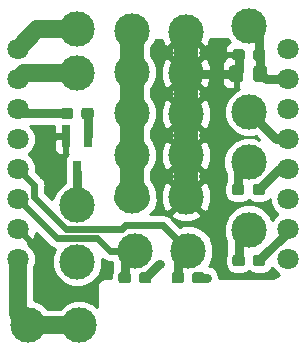
<source format=gbr>
G04 #@! TF.GenerationSoftware,KiCad,Pcbnew,(5.0.0)*
G04 #@! TF.CreationDate,2018-11-11T21:07:20+01:00*
G04 #@! TF.ProjectId,Platine,506C6174696E652E6B696361645F7063,rev?*
G04 #@! TF.SameCoordinates,Original*
G04 #@! TF.FileFunction,Copper,L1,Top,Signal*
G04 #@! TF.FilePolarity,Positive*
%FSLAX46Y46*%
G04 Gerber Fmt 4.6, Leading zero omitted, Abs format (unit mm)*
G04 Created by KiCad (PCBNEW (5.0.0)) date 11/11/18 21:07:20*
%MOMM*%
%LPD*%
G01*
G04 APERTURE LIST*
G04 #@! TA.AperFunction,SMDPad,CuDef*
%ADD10R,0.800000X1.900000*%
G04 #@! TD*
G04 #@! TA.AperFunction,Conductor*
%ADD11C,0.100000*%
G04 #@! TD*
G04 #@! TA.AperFunction,SMDPad,CuDef*
%ADD12C,0.950000*%
G04 #@! TD*
G04 #@! TA.AperFunction,ComponentPad*
%ADD13C,1.800000*%
G04 #@! TD*
G04 #@! TA.AperFunction,SMDPad,CuDef*
%ADD14C,1.150000*%
G04 #@! TD*
G04 #@! TA.AperFunction,BGAPad,CuDef*
%ADD15C,3.000000*%
G04 #@! TD*
G04 #@! TA.AperFunction,ViaPad*
%ADD16C,0.600000*%
G04 #@! TD*
G04 #@! TA.AperFunction,Conductor*
%ADD17C,2.000000*%
G04 #@! TD*
G04 #@! TA.AperFunction,Conductor*
%ADD18C,0.800000*%
G04 #@! TD*
G04 #@! TA.AperFunction,Conductor*
%ADD19C,0.600000*%
G04 #@! TD*
G04 #@! TA.AperFunction,Conductor*
%ADD20C,1.500000*%
G04 #@! TD*
G04 #@! TA.AperFunction,Conductor*
%ADD21C,0.254000*%
G04 #@! TD*
G04 APERTURE END LIST*
D10*
G04 #@! TO.P,Q1,1*
G04 #@! TO.N,Net-(Q1-Pad1)*
X143126500Y-79780000D03*
G04 #@! TO.P,Q1,2*
G04 #@! TO.N,GND*
X141226500Y-79780000D03*
G04 #@! TO.P,Q1,3*
G04 #@! TO.N,Net-(J18-Pad1)*
X142176500Y-82780000D03*
G04 #@! TD*
D11*
G04 #@! TO.N,Net-(J7-Pad1)*
G04 #@! TO.C,R1*
G36*
X146501779Y-91283644D02*
X146524834Y-91287063D01*
X146547443Y-91292727D01*
X146569387Y-91300579D01*
X146590457Y-91310544D01*
X146610448Y-91322526D01*
X146629168Y-91336410D01*
X146646438Y-91352062D01*
X146662090Y-91369332D01*
X146675974Y-91388052D01*
X146687956Y-91408043D01*
X146697921Y-91429113D01*
X146705773Y-91451057D01*
X146711437Y-91473666D01*
X146714856Y-91496721D01*
X146716000Y-91520000D01*
X146716000Y-91995000D01*
X146714856Y-92018279D01*
X146711437Y-92041334D01*
X146705773Y-92063943D01*
X146697921Y-92085887D01*
X146687956Y-92106957D01*
X146675974Y-92126948D01*
X146662090Y-92145668D01*
X146646438Y-92162938D01*
X146629168Y-92178590D01*
X146610448Y-92192474D01*
X146590457Y-92204456D01*
X146569387Y-92214421D01*
X146547443Y-92222273D01*
X146524834Y-92227937D01*
X146501779Y-92231356D01*
X146478500Y-92232500D01*
X145903500Y-92232500D01*
X145880221Y-92231356D01*
X145857166Y-92227937D01*
X145834557Y-92222273D01*
X145812613Y-92214421D01*
X145791543Y-92204456D01*
X145771552Y-92192474D01*
X145752832Y-92178590D01*
X145735562Y-92162938D01*
X145719910Y-92145668D01*
X145706026Y-92126948D01*
X145694044Y-92106957D01*
X145684079Y-92085887D01*
X145676227Y-92063943D01*
X145670563Y-92041334D01*
X145667144Y-92018279D01*
X145666000Y-91995000D01*
X145666000Y-91520000D01*
X145667144Y-91496721D01*
X145670563Y-91473666D01*
X145676227Y-91451057D01*
X145684079Y-91429113D01*
X145694044Y-91408043D01*
X145706026Y-91388052D01*
X145719910Y-91369332D01*
X145735562Y-91352062D01*
X145752832Y-91336410D01*
X145771552Y-91322526D01*
X145791543Y-91310544D01*
X145812613Y-91300579D01*
X145834557Y-91292727D01*
X145857166Y-91287063D01*
X145880221Y-91283644D01*
X145903500Y-91282500D01*
X146478500Y-91282500D01*
X146501779Y-91283644D01*
X146501779Y-91283644D01*
G37*
D12*
G04 #@! TD*
G04 #@! TO.P,R1,2*
G04 #@! TO.N,Net-(J7-Pad1)*
X146191000Y-91757500D03*
D11*
G04 #@! TO.N,+3V3*
G04 #@! TO.C,R1*
G36*
X148251779Y-91283644D02*
X148274834Y-91287063D01*
X148297443Y-91292727D01*
X148319387Y-91300579D01*
X148340457Y-91310544D01*
X148360448Y-91322526D01*
X148379168Y-91336410D01*
X148396438Y-91352062D01*
X148412090Y-91369332D01*
X148425974Y-91388052D01*
X148437956Y-91408043D01*
X148447921Y-91429113D01*
X148455773Y-91451057D01*
X148461437Y-91473666D01*
X148464856Y-91496721D01*
X148466000Y-91520000D01*
X148466000Y-91995000D01*
X148464856Y-92018279D01*
X148461437Y-92041334D01*
X148455773Y-92063943D01*
X148447921Y-92085887D01*
X148437956Y-92106957D01*
X148425974Y-92126948D01*
X148412090Y-92145668D01*
X148396438Y-92162938D01*
X148379168Y-92178590D01*
X148360448Y-92192474D01*
X148340457Y-92204456D01*
X148319387Y-92214421D01*
X148297443Y-92222273D01*
X148274834Y-92227937D01*
X148251779Y-92231356D01*
X148228500Y-92232500D01*
X147653500Y-92232500D01*
X147630221Y-92231356D01*
X147607166Y-92227937D01*
X147584557Y-92222273D01*
X147562613Y-92214421D01*
X147541543Y-92204456D01*
X147521552Y-92192474D01*
X147502832Y-92178590D01*
X147485562Y-92162938D01*
X147469910Y-92145668D01*
X147456026Y-92126948D01*
X147444044Y-92106957D01*
X147434079Y-92085887D01*
X147426227Y-92063943D01*
X147420563Y-92041334D01*
X147417144Y-92018279D01*
X147416000Y-91995000D01*
X147416000Y-91520000D01*
X147417144Y-91496721D01*
X147420563Y-91473666D01*
X147426227Y-91451057D01*
X147434079Y-91429113D01*
X147444044Y-91408043D01*
X147456026Y-91388052D01*
X147469910Y-91369332D01*
X147485562Y-91352062D01*
X147502832Y-91336410D01*
X147521552Y-91322526D01*
X147541543Y-91310544D01*
X147562613Y-91300579D01*
X147584557Y-91292727D01*
X147607166Y-91287063D01*
X147630221Y-91283644D01*
X147653500Y-91282500D01*
X148228500Y-91282500D01*
X148251779Y-91283644D01*
X148251779Y-91283644D01*
G37*
D12*
G04 #@! TD*
G04 #@! TO.P,R1,1*
G04 #@! TO.N,+3V3*
X147941000Y-91757500D03*
D11*
G04 #@! TO.N,+3V3*
G04 #@! TO.C,R2*
G36*
X152760279Y-91283644D02*
X152783334Y-91287063D01*
X152805943Y-91292727D01*
X152827887Y-91300579D01*
X152848957Y-91310544D01*
X152868948Y-91322526D01*
X152887668Y-91336410D01*
X152904938Y-91352062D01*
X152920590Y-91369332D01*
X152934474Y-91388052D01*
X152946456Y-91408043D01*
X152956421Y-91429113D01*
X152964273Y-91451057D01*
X152969937Y-91473666D01*
X152973356Y-91496721D01*
X152974500Y-91520000D01*
X152974500Y-91995000D01*
X152973356Y-92018279D01*
X152969937Y-92041334D01*
X152964273Y-92063943D01*
X152956421Y-92085887D01*
X152946456Y-92106957D01*
X152934474Y-92126948D01*
X152920590Y-92145668D01*
X152904938Y-92162938D01*
X152887668Y-92178590D01*
X152868948Y-92192474D01*
X152848957Y-92204456D01*
X152827887Y-92214421D01*
X152805943Y-92222273D01*
X152783334Y-92227937D01*
X152760279Y-92231356D01*
X152737000Y-92232500D01*
X152162000Y-92232500D01*
X152138721Y-92231356D01*
X152115666Y-92227937D01*
X152093057Y-92222273D01*
X152071113Y-92214421D01*
X152050043Y-92204456D01*
X152030052Y-92192474D01*
X152011332Y-92178590D01*
X151994062Y-92162938D01*
X151978410Y-92145668D01*
X151964526Y-92126948D01*
X151952544Y-92106957D01*
X151942579Y-92085887D01*
X151934727Y-92063943D01*
X151929063Y-92041334D01*
X151925644Y-92018279D01*
X151924500Y-91995000D01*
X151924500Y-91520000D01*
X151925644Y-91496721D01*
X151929063Y-91473666D01*
X151934727Y-91451057D01*
X151942579Y-91429113D01*
X151952544Y-91408043D01*
X151964526Y-91388052D01*
X151978410Y-91369332D01*
X151994062Y-91352062D01*
X152011332Y-91336410D01*
X152030052Y-91322526D01*
X152050043Y-91310544D01*
X152071113Y-91300579D01*
X152093057Y-91292727D01*
X152115666Y-91287063D01*
X152138721Y-91283644D01*
X152162000Y-91282500D01*
X152737000Y-91282500D01*
X152760279Y-91283644D01*
X152760279Y-91283644D01*
G37*
D12*
G04 #@! TD*
G04 #@! TO.P,R2,1*
G04 #@! TO.N,+3V3*
X152449500Y-91757500D03*
D11*
G04 #@! TO.N,Net-(J9-Pad1)*
G04 #@! TO.C,R2*
G36*
X151010279Y-91283644D02*
X151033334Y-91287063D01*
X151055943Y-91292727D01*
X151077887Y-91300579D01*
X151098957Y-91310544D01*
X151118948Y-91322526D01*
X151137668Y-91336410D01*
X151154938Y-91352062D01*
X151170590Y-91369332D01*
X151184474Y-91388052D01*
X151196456Y-91408043D01*
X151206421Y-91429113D01*
X151214273Y-91451057D01*
X151219937Y-91473666D01*
X151223356Y-91496721D01*
X151224500Y-91520000D01*
X151224500Y-91995000D01*
X151223356Y-92018279D01*
X151219937Y-92041334D01*
X151214273Y-92063943D01*
X151206421Y-92085887D01*
X151196456Y-92106957D01*
X151184474Y-92126948D01*
X151170590Y-92145668D01*
X151154938Y-92162938D01*
X151137668Y-92178590D01*
X151118948Y-92192474D01*
X151098957Y-92204456D01*
X151077887Y-92214421D01*
X151055943Y-92222273D01*
X151033334Y-92227937D01*
X151010279Y-92231356D01*
X150987000Y-92232500D01*
X150412000Y-92232500D01*
X150388721Y-92231356D01*
X150365666Y-92227937D01*
X150343057Y-92222273D01*
X150321113Y-92214421D01*
X150300043Y-92204456D01*
X150280052Y-92192474D01*
X150261332Y-92178590D01*
X150244062Y-92162938D01*
X150228410Y-92145668D01*
X150214526Y-92126948D01*
X150202544Y-92106957D01*
X150192579Y-92085887D01*
X150184727Y-92063943D01*
X150179063Y-92041334D01*
X150175644Y-92018279D01*
X150174500Y-91995000D01*
X150174500Y-91520000D01*
X150175644Y-91496721D01*
X150179063Y-91473666D01*
X150184727Y-91451057D01*
X150192579Y-91429113D01*
X150202544Y-91408043D01*
X150214526Y-91388052D01*
X150228410Y-91369332D01*
X150244062Y-91352062D01*
X150261332Y-91336410D01*
X150280052Y-91322526D01*
X150300043Y-91310544D01*
X150321113Y-91300579D01*
X150343057Y-91292727D01*
X150365666Y-91287063D01*
X150388721Y-91283644D01*
X150412000Y-91282500D01*
X150987000Y-91282500D01*
X151010279Y-91283644D01*
X151010279Y-91283644D01*
G37*
D12*
G04 #@! TD*
G04 #@! TO.P,R2,2*
G04 #@! TO.N,Net-(J9-Pad1)*
X150699500Y-91757500D03*
D11*
G04 #@! TO.N,Net-(J3-Pad1)*
G04 #@! TO.C,R3*
G36*
X156153779Y-89823144D02*
X156176834Y-89826563D01*
X156199443Y-89832227D01*
X156221387Y-89840079D01*
X156242457Y-89850044D01*
X156262448Y-89862026D01*
X156281168Y-89875910D01*
X156298438Y-89891562D01*
X156314090Y-89908832D01*
X156327974Y-89927552D01*
X156339956Y-89947543D01*
X156349921Y-89968613D01*
X156357773Y-89990557D01*
X156363437Y-90013166D01*
X156366856Y-90036221D01*
X156368000Y-90059500D01*
X156368000Y-90534500D01*
X156366856Y-90557779D01*
X156363437Y-90580834D01*
X156357773Y-90603443D01*
X156349921Y-90625387D01*
X156339956Y-90646457D01*
X156327974Y-90666448D01*
X156314090Y-90685168D01*
X156298438Y-90702438D01*
X156281168Y-90718090D01*
X156262448Y-90731974D01*
X156242457Y-90743956D01*
X156221387Y-90753921D01*
X156199443Y-90761773D01*
X156176834Y-90767437D01*
X156153779Y-90770856D01*
X156130500Y-90772000D01*
X155555500Y-90772000D01*
X155532221Y-90770856D01*
X155509166Y-90767437D01*
X155486557Y-90761773D01*
X155464613Y-90753921D01*
X155443543Y-90743956D01*
X155423552Y-90731974D01*
X155404832Y-90718090D01*
X155387562Y-90702438D01*
X155371910Y-90685168D01*
X155358026Y-90666448D01*
X155346044Y-90646457D01*
X155336079Y-90625387D01*
X155328227Y-90603443D01*
X155322563Y-90580834D01*
X155319144Y-90557779D01*
X155318000Y-90534500D01*
X155318000Y-90059500D01*
X155319144Y-90036221D01*
X155322563Y-90013166D01*
X155328227Y-89990557D01*
X155336079Y-89968613D01*
X155346044Y-89947543D01*
X155358026Y-89927552D01*
X155371910Y-89908832D01*
X155387562Y-89891562D01*
X155404832Y-89875910D01*
X155423552Y-89862026D01*
X155443543Y-89850044D01*
X155464613Y-89840079D01*
X155486557Y-89832227D01*
X155509166Y-89826563D01*
X155532221Y-89823144D01*
X155555500Y-89822000D01*
X156130500Y-89822000D01*
X156153779Y-89823144D01*
X156153779Y-89823144D01*
G37*
D12*
G04 #@! TD*
G04 #@! TO.P,R3,1*
G04 #@! TO.N,Net-(J3-Pad1)*
X155843000Y-90297000D03*
D11*
G04 #@! TO.N,Net-(R3-Pad2)*
G04 #@! TO.C,R3*
G36*
X157903779Y-89823144D02*
X157926834Y-89826563D01*
X157949443Y-89832227D01*
X157971387Y-89840079D01*
X157992457Y-89850044D01*
X158012448Y-89862026D01*
X158031168Y-89875910D01*
X158048438Y-89891562D01*
X158064090Y-89908832D01*
X158077974Y-89927552D01*
X158089956Y-89947543D01*
X158099921Y-89968613D01*
X158107773Y-89990557D01*
X158113437Y-90013166D01*
X158116856Y-90036221D01*
X158118000Y-90059500D01*
X158118000Y-90534500D01*
X158116856Y-90557779D01*
X158113437Y-90580834D01*
X158107773Y-90603443D01*
X158099921Y-90625387D01*
X158089956Y-90646457D01*
X158077974Y-90666448D01*
X158064090Y-90685168D01*
X158048438Y-90702438D01*
X158031168Y-90718090D01*
X158012448Y-90731974D01*
X157992457Y-90743956D01*
X157971387Y-90753921D01*
X157949443Y-90761773D01*
X157926834Y-90767437D01*
X157903779Y-90770856D01*
X157880500Y-90772000D01*
X157305500Y-90772000D01*
X157282221Y-90770856D01*
X157259166Y-90767437D01*
X157236557Y-90761773D01*
X157214613Y-90753921D01*
X157193543Y-90743956D01*
X157173552Y-90731974D01*
X157154832Y-90718090D01*
X157137562Y-90702438D01*
X157121910Y-90685168D01*
X157108026Y-90666448D01*
X157096044Y-90646457D01*
X157086079Y-90625387D01*
X157078227Y-90603443D01*
X157072563Y-90580834D01*
X157069144Y-90557779D01*
X157068000Y-90534500D01*
X157068000Y-90059500D01*
X157069144Y-90036221D01*
X157072563Y-90013166D01*
X157078227Y-89990557D01*
X157086079Y-89968613D01*
X157096044Y-89947543D01*
X157108026Y-89927552D01*
X157121910Y-89908832D01*
X157137562Y-89891562D01*
X157154832Y-89875910D01*
X157173552Y-89862026D01*
X157193543Y-89850044D01*
X157214613Y-89840079D01*
X157236557Y-89832227D01*
X157259166Y-89826563D01*
X157282221Y-89823144D01*
X157305500Y-89822000D01*
X157880500Y-89822000D01*
X157903779Y-89823144D01*
X157903779Y-89823144D01*
G37*
D12*
G04 #@! TD*
G04 #@! TO.P,R3,2*
G04 #@! TO.N,Net-(R3-Pad2)*
X157593000Y-90297000D03*
D11*
G04 #@! TO.N,Net-(J12-Pad1)*
G04 #@! TO.C,R4*
G36*
X156120369Y-83813542D02*
X156143424Y-83816961D01*
X156166033Y-83822625D01*
X156187977Y-83830477D01*
X156209047Y-83840442D01*
X156229038Y-83852424D01*
X156247758Y-83866308D01*
X156265028Y-83881960D01*
X156280680Y-83899230D01*
X156294564Y-83917950D01*
X156306546Y-83937941D01*
X156316511Y-83959011D01*
X156324363Y-83980955D01*
X156330027Y-84003564D01*
X156333446Y-84026619D01*
X156334590Y-84049898D01*
X156334590Y-84524898D01*
X156333446Y-84548177D01*
X156330027Y-84571232D01*
X156324363Y-84593841D01*
X156316511Y-84615785D01*
X156306546Y-84636855D01*
X156294564Y-84656846D01*
X156280680Y-84675566D01*
X156265028Y-84692836D01*
X156247758Y-84708488D01*
X156229038Y-84722372D01*
X156209047Y-84734354D01*
X156187977Y-84744319D01*
X156166033Y-84752171D01*
X156143424Y-84757835D01*
X156120369Y-84761254D01*
X156097090Y-84762398D01*
X155522090Y-84762398D01*
X155498811Y-84761254D01*
X155475756Y-84757835D01*
X155453147Y-84752171D01*
X155431203Y-84744319D01*
X155410133Y-84734354D01*
X155390142Y-84722372D01*
X155371422Y-84708488D01*
X155354152Y-84692836D01*
X155338500Y-84675566D01*
X155324616Y-84656846D01*
X155312634Y-84636855D01*
X155302669Y-84615785D01*
X155294817Y-84593841D01*
X155289153Y-84571232D01*
X155285734Y-84548177D01*
X155284590Y-84524898D01*
X155284590Y-84049898D01*
X155285734Y-84026619D01*
X155289153Y-84003564D01*
X155294817Y-83980955D01*
X155302669Y-83959011D01*
X155312634Y-83937941D01*
X155324616Y-83917950D01*
X155338500Y-83899230D01*
X155354152Y-83881960D01*
X155371422Y-83866308D01*
X155390142Y-83852424D01*
X155410133Y-83840442D01*
X155431203Y-83830477D01*
X155453147Y-83822625D01*
X155475756Y-83816961D01*
X155498811Y-83813542D01*
X155522090Y-83812398D01*
X156097090Y-83812398D01*
X156120369Y-83813542D01*
X156120369Y-83813542D01*
G37*
D12*
G04 #@! TD*
G04 #@! TO.P,R4,2*
G04 #@! TO.N,Net-(J12-Pad1)*
X155809590Y-84287398D03*
D11*
G04 #@! TO.N,Net-(R4-Pad1)*
G04 #@! TO.C,R4*
G36*
X157870369Y-83813542D02*
X157893424Y-83816961D01*
X157916033Y-83822625D01*
X157937977Y-83830477D01*
X157959047Y-83840442D01*
X157979038Y-83852424D01*
X157997758Y-83866308D01*
X158015028Y-83881960D01*
X158030680Y-83899230D01*
X158044564Y-83917950D01*
X158056546Y-83937941D01*
X158066511Y-83959011D01*
X158074363Y-83980955D01*
X158080027Y-84003564D01*
X158083446Y-84026619D01*
X158084590Y-84049898D01*
X158084590Y-84524898D01*
X158083446Y-84548177D01*
X158080027Y-84571232D01*
X158074363Y-84593841D01*
X158066511Y-84615785D01*
X158056546Y-84636855D01*
X158044564Y-84656846D01*
X158030680Y-84675566D01*
X158015028Y-84692836D01*
X157997758Y-84708488D01*
X157979038Y-84722372D01*
X157959047Y-84734354D01*
X157937977Y-84744319D01*
X157916033Y-84752171D01*
X157893424Y-84757835D01*
X157870369Y-84761254D01*
X157847090Y-84762398D01*
X157272090Y-84762398D01*
X157248811Y-84761254D01*
X157225756Y-84757835D01*
X157203147Y-84752171D01*
X157181203Y-84744319D01*
X157160133Y-84734354D01*
X157140142Y-84722372D01*
X157121422Y-84708488D01*
X157104152Y-84692836D01*
X157088500Y-84675566D01*
X157074616Y-84656846D01*
X157062634Y-84636855D01*
X157052669Y-84615785D01*
X157044817Y-84593841D01*
X157039153Y-84571232D01*
X157035734Y-84548177D01*
X157034590Y-84524898D01*
X157034590Y-84049898D01*
X157035734Y-84026619D01*
X157039153Y-84003564D01*
X157044817Y-83980955D01*
X157052669Y-83959011D01*
X157062634Y-83937941D01*
X157074616Y-83917950D01*
X157088500Y-83899230D01*
X157104152Y-83881960D01*
X157121422Y-83866308D01*
X157140142Y-83852424D01*
X157160133Y-83840442D01*
X157181203Y-83830477D01*
X157203147Y-83822625D01*
X157225756Y-83816961D01*
X157248811Y-83813542D01*
X157272090Y-83812398D01*
X157847090Y-83812398D01*
X157870369Y-83813542D01*
X157870369Y-83813542D01*
G37*
D12*
G04 #@! TD*
G04 #@! TO.P,R4,1*
G04 #@! TO.N,Net-(R4-Pad1)*
X157559590Y-84287398D03*
D11*
G04 #@! TO.N,GND*
G04 #@! TO.C,R5*
G36*
X156153779Y-72424144D02*
X156176834Y-72427563D01*
X156199443Y-72433227D01*
X156221387Y-72441079D01*
X156242457Y-72451044D01*
X156262448Y-72463026D01*
X156281168Y-72476910D01*
X156298438Y-72492562D01*
X156314090Y-72509832D01*
X156327974Y-72528552D01*
X156339956Y-72548543D01*
X156349921Y-72569613D01*
X156357773Y-72591557D01*
X156363437Y-72614166D01*
X156366856Y-72637221D01*
X156368000Y-72660500D01*
X156368000Y-73135500D01*
X156366856Y-73158779D01*
X156363437Y-73181834D01*
X156357773Y-73204443D01*
X156349921Y-73226387D01*
X156339956Y-73247457D01*
X156327974Y-73267448D01*
X156314090Y-73286168D01*
X156298438Y-73303438D01*
X156281168Y-73319090D01*
X156262448Y-73332974D01*
X156242457Y-73344956D01*
X156221387Y-73354921D01*
X156199443Y-73362773D01*
X156176834Y-73368437D01*
X156153779Y-73371856D01*
X156130500Y-73373000D01*
X155555500Y-73373000D01*
X155532221Y-73371856D01*
X155509166Y-73368437D01*
X155486557Y-73362773D01*
X155464613Y-73354921D01*
X155443543Y-73344956D01*
X155423552Y-73332974D01*
X155404832Y-73319090D01*
X155387562Y-73303438D01*
X155371910Y-73286168D01*
X155358026Y-73267448D01*
X155346044Y-73247457D01*
X155336079Y-73226387D01*
X155328227Y-73204443D01*
X155322563Y-73181834D01*
X155319144Y-73158779D01*
X155318000Y-73135500D01*
X155318000Y-72660500D01*
X155319144Y-72637221D01*
X155322563Y-72614166D01*
X155328227Y-72591557D01*
X155336079Y-72569613D01*
X155346044Y-72548543D01*
X155358026Y-72528552D01*
X155371910Y-72509832D01*
X155387562Y-72492562D01*
X155404832Y-72476910D01*
X155423552Y-72463026D01*
X155443543Y-72451044D01*
X155464613Y-72441079D01*
X155486557Y-72433227D01*
X155509166Y-72427563D01*
X155532221Y-72424144D01*
X155555500Y-72423000D01*
X156130500Y-72423000D01*
X156153779Y-72424144D01*
X156153779Y-72424144D01*
G37*
D12*
G04 #@! TD*
G04 #@! TO.P,R5,2*
G04 #@! TO.N,GND*
X155843000Y-72898000D03*
D11*
G04 #@! TO.N,Net-(C1-Pad1)*
G04 #@! TO.C,R5*
G36*
X157903779Y-72424144D02*
X157926834Y-72427563D01*
X157949443Y-72433227D01*
X157971387Y-72441079D01*
X157992457Y-72451044D01*
X158012448Y-72463026D01*
X158031168Y-72476910D01*
X158048438Y-72492562D01*
X158064090Y-72509832D01*
X158077974Y-72528552D01*
X158089956Y-72548543D01*
X158099921Y-72569613D01*
X158107773Y-72591557D01*
X158113437Y-72614166D01*
X158116856Y-72637221D01*
X158118000Y-72660500D01*
X158118000Y-73135500D01*
X158116856Y-73158779D01*
X158113437Y-73181834D01*
X158107773Y-73204443D01*
X158099921Y-73226387D01*
X158089956Y-73247457D01*
X158077974Y-73267448D01*
X158064090Y-73286168D01*
X158048438Y-73303438D01*
X158031168Y-73319090D01*
X158012448Y-73332974D01*
X157992457Y-73344956D01*
X157971387Y-73354921D01*
X157949443Y-73362773D01*
X157926834Y-73368437D01*
X157903779Y-73371856D01*
X157880500Y-73373000D01*
X157305500Y-73373000D01*
X157282221Y-73371856D01*
X157259166Y-73368437D01*
X157236557Y-73362773D01*
X157214613Y-73354921D01*
X157193543Y-73344956D01*
X157173552Y-73332974D01*
X157154832Y-73319090D01*
X157137562Y-73303438D01*
X157121910Y-73286168D01*
X157108026Y-73267448D01*
X157096044Y-73247457D01*
X157086079Y-73226387D01*
X157078227Y-73204443D01*
X157072563Y-73181834D01*
X157069144Y-73158779D01*
X157068000Y-73135500D01*
X157068000Y-72660500D01*
X157069144Y-72637221D01*
X157072563Y-72614166D01*
X157078227Y-72591557D01*
X157086079Y-72569613D01*
X157096044Y-72548543D01*
X157108026Y-72528552D01*
X157121910Y-72509832D01*
X157137562Y-72492562D01*
X157154832Y-72476910D01*
X157173552Y-72463026D01*
X157193543Y-72451044D01*
X157214613Y-72441079D01*
X157236557Y-72433227D01*
X157259166Y-72427563D01*
X157282221Y-72424144D01*
X157305500Y-72423000D01*
X157880500Y-72423000D01*
X157903779Y-72424144D01*
X157903779Y-72424144D01*
G37*
D12*
G04 #@! TD*
G04 #@! TO.P,R5,1*
G04 #@! TO.N,Net-(C1-Pad1)*
X157593000Y-72898000D03*
D11*
G04 #@! TO.N,Net-(Q1-Pad1)*
G04 #@! TO.C,R6*
G36*
X143362279Y-77377144D02*
X143385334Y-77380563D01*
X143407943Y-77386227D01*
X143429887Y-77394079D01*
X143450957Y-77404044D01*
X143470948Y-77416026D01*
X143489668Y-77429910D01*
X143506938Y-77445562D01*
X143522590Y-77462832D01*
X143536474Y-77481552D01*
X143548456Y-77501543D01*
X143558421Y-77522613D01*
X143566273Y-77544557D01*
X143571937Y-77567166D01*
X143575356Y-77590221D01*
X143576500Y-77613500D01*
X143576500Y-78088500D01*
X143575356Y-78111779D01*
X143571937Y-78134834D01*
X143566273Y-78157443D01*
X143558421Y-78179387D01*
X143548456Y-78200457D01*
X143536474Y-78220448D01*
X143522590Y-78239168D01*
X143506938Y-78256438D01*
X143489668Y-78272090D01*
X143470948Y-78285974D01*
X143450957Y-78297956D01*
X143429887Y-78307921D01*
X143407943Y-78315773D01*
X143385334Y-78321437D01*
X143362279Y-78324856D01*
X143339000Y-78326000D01*
X142764000Y-78326000D01*
X142740721Y-78324856D01*
X142717666Y-78321437D01*
X142695057Y-78315773D01*
X142673113Y-78307921D01*
X142652043Y-78297956D01*
X142632052Y-78285974D01*
X142613332Y-78272090D01*
X142596062Y-78256438D01*
X142580410Y-78239168D01*
X142566526Y-78220448D01*
X142554544Y-78200457D01*
X142544579Y-78179387D01*
X142536727Y-78157443D01*
X142531063Y-78134834D01*
X142527644Y-78111779D01*
X142526500Y-78088500D01*
X142526500Y-77613500D01*
X142527644Y-77590221D01*
X142531063Y-77567166D01*
X142536727Y-77544557D01*
X142544579Y-77522613D01*
X142554544Y-77501543D01*
X142566526Y-77481552D01*
X142580410Y-77462832D01*
X142596062Y-77445562D01*
X142613332Y-77429910D01*
X142632052Y-77416026D01*
X142652043Y-77404044D01*
X142673113Y-77394079D01*
X142695057Y-77386227D01*
X142717666Y-77380563D01*
X142740721Y-77377144D01*
X142764000Y-77376000D01*
X143339000Y-77376000D01*
X143362279Y-77377144D01*
X143362279Y-77377144D01*
G37*
D12*
G04 #@! TD*
G04 #@! TO.P,R6,1*
G04 #@! TO.N,Net-(Q1-Pad1)*
X143051500Y-77851000D03*
D11*
G04 #@! TO.N,Net-(R6-Pad2)*
G04 #@! TO.C,R6*
G36*
X141612279Y-77377144D02*
X141635334Y-77380563D01*
X141657943Y-77386227D01*
X141679887Y-77394079D01*
X141700957Y-77404044D01*
X141720948Y-77416026D01*
X141739668Y-77429910D01*
X141756938Y-77445562D01*
X141772590Y-77462832D01*
X141786474Y-77481552D01*
X141798456Y-77501543D01*
X141808421Y-77522613D01*
X141816273Y-77544557D01*
X141821937Y-77567166D01*
X141825356Y-77590221D01*
X141826500Y-77613500D01*
X141826500Y-78088500D01*
X141825356Y-78111779D01*
X141821937Y-78134834D01*
X141816273Y-78157443D01*
X141808421Y-78179387D01*
X141798456Y-78200457D01*
X141786474Y-78220448D01*
X141772590Y-78239168D01*
X141756938Y-78256438D01*
X141739668Y-78272090D01*
X141720948Y-78285974D01*
X141700957Y-78297956D01*
X141679887Y-78307921D01*
X141657943Y-78315773D01*
X141635334Y-78321437D01*
X141612279Y-78324856D01*
X141589000Y-78326000D01*
X141014000Y-78326000D01*
X140990721Y-78324856D01*
X140967666Y-78321437D01*
X140945057Y-78315773D01*
X140923113Y-78307921D01*
X140902043Y-78297956D01*
X140882052Y-78285974D01*
X140863332Y-78272090D01*
X140846062Y-78256438D01*
X140830410Y-78239168D01*
X140816526Y-78220448D01*
X140804544Y-78200457D01*
X140794579Y-78179387D01*
X140786727Y-78157443D01*
X140781063Y-78134834D01*
X140777644Y-78111779D01*
X140776500Y-78088500D01*
X140776500Y-77613500D01*
X140777644Y-77590221D01*
X140781063Y-77567166D01*
X140786727Y-77544557D01*
X140794579Y-77522613D01*
X140804544Y-77501543D01*
X140816526Y-77481552D01*
X140830410Y-77462832D01*
X140846062Y-77445562D01*
X140863332Y-77429910D01*
X140882052Y-77416026D01*
X140902043Y-77404044D01*
X140923113Y-77394079D01*
X140945057Y-77386227D01*
X140967666Y-77380563D01*
X140990721Y-77377144D01*
X141014000Y-77376000D01*
X141589000Y-77376000D01*
X141612279Y-77377144D01*
X141612279Y-77377144D01*
G37*
D12*
G04 #@! TD*
G04 #@! TO.P,R6,2*
G04 #@! TO.N,Net-(R6-Pad2)*
X141301500Y-77851000D03*
D13*
G04 #@! TO.P,U1,16*
G04 #@! TO.N,+3V3*
X160020000Y-90170000D03*
G04 #@! TO.P,U1,1*
G04 #@! TO.N,+5V*
X137160000Y-90170000D03*
G04 #@! TO.P,U1,15*
G04 #@! TO.N,Net-(R3-Pad2)*
X160020000Y-87630000D03*
G04 #@! TO.P,U1,2*
G04 #@! TO.N,GND*
X137160000Y-87630000D03*
G04 #@! TO.P,U1,14*
G04 #@! TO.N,Net-(J6-Pad1)*
X160020000Y-85090000D03*
G04 #@! TO.P,U1,3*
G04 #@! TO.N,Net-(J7-Pad1)*
X137160000Y-85090000D03*
G04 #@! TO.P,U1,13*
G04 #@! TO.N,Net-(R4-Pad1)*
X160020000Y-82550000D03*
G04 #@! TO.P,U1,4*
G04 #@! TO.N,Net-(J9-Pad1)*
X137160000Y-82550000D03*
G04 #@! TO.P,U1,12*
G04 #@! TO.N,Net-(J13-Pad1)*
X160020000Y-80010000D03*
G04 #@! TO.P,U1,5*
G04 #@! TO.N,N/C*
X137160000Y-80010000D03*
G04 #@! TO.P,U1,11*
X160020000Y-77470000D03*
G04 #@! TO.P,U1,6*
G04 #@! TO.N,Net-(R6-Pad2)*
X137160000Y-77470000D03*
G04 #@! TO.P,U1,10*
G04 #@! TO.N,Net-(C1-Pad1)*
X160020000Y-74930000D03*
G04 #@! TO.P,U1,7*
G04 #@! TO.N,Net-(J20-Pad1)*
X137160000Y-74930000D03*
G04 #@! TO.P,U1,9*
G04 #@! TO.N,N/C*
X160020000Y-72390000D03*
G04 #@! TO.P,U1,8*
G04 #@! TO.N,Net-(J21-Pad1)*
X137160000Y-72390000D03*
G04 #@! TD*
D11*
G04 #@! TO.N,Net-(C1-Pad1)*
G04 #@! TO.C,C1*
G36*
X158029005Y-73786704D02*
X158053273Y-73790304D01*
X158077072Y-73796265D01*
X158100171Y-73804530D01*
X158122350Y-73815020D01*
X158143393Y-73827632D01*
X158163099Y-73842247D01*
X158181277Y-73858723D01*
X158197753Y-73876901D01*
X158212368Y-73896607D01*
X158224980Y-73917650D01*
X158235470Y-73939829D01*
X158243735Y-73962928D01*
X158249696Y-73986727D01*
X158253296Y-74010995D01*
X158254500Y-74035499D01*
X158254500Y-74935501D01*
X158253296Y-74960005D01*
X158249696Y-74984273D01*
X158243735Y-75008072D01*
X158235470Y-75031171D01*
X158224980Y-75053350D01*
X158212368Y-75074393D01*
X158197753Y-75094099D01*
X158181277Y-75112277D01*
X158163099Y-75128753D01*
X158143393Y-75143368D01*
X158122350Y-75155980D01*
X158100171Y-75166470D01*
X158077072Y-75174735D01*
X158053273Y-75180696D01*
X158029005Y-75184296D01*
X158004501Y-75185500D01*
X157354499Y-75185500D01*
X157329995Y-75184296D01*
X157305727Y-75180696D01*
X157281928Y-75174735D01*
X157258829Y-75166470D01*
X157236650Y-75155980D01*
X157215607Y-75143368D01*
X157195901Y-75128753D01*
X157177723Y-75112277D01*
X157161247Y-75094099D01*
X157146632Y-75074393D01*
X157134020Y-75053350D01*
X157123530Y-75031171D01*
X157115265Y-75008072D01*
X157109304Y-74984273D01*
X157105704Y-74960005D01*
X157104500Y-74935501D01*
X157104500Y-74035499D01*
X157105704Y-74010995D01*
X157109304Y-73986727D01*
X157115265Y-73962928D01*
X157123530Y-73939829D01*
X157134020Y-73917650D01*
X157146632Y-73896607D01*
X157161247Y-73876901D01*
X157177723Y-73858723D01*
X157195901Y-73842247D01*
X157215607Y-73827632D01*
X157236650Y-73815020D01*
X157258829Y-73804530D01*
X157281928Y-73796265D01*
X157305727Y-73790304D01*
X157329995Y-73786704D01*
X157354499Y-73785500D01*
X158004501Y-73785500D01*
X158029005Y-73786704D01*
X158029005Y-73786704D01*
G37*
D14*
G04 #@! TD*
G04 #@! TO.P,C1,1*
G04 #@! TO.N,Net-(C1-Pad1)*
X157679500Y-74485500D03*
D11*
G04 #@! TO.N,GND*
G04 #@! TO.C,C1*
G36*
X155979005Y-73786704D02*
X156003273Y-73790304D01*
X156027072Y-73796265D01*
X156050171Y-73804530D01*
X156072350Y-73815020D01*
X156093393Y-73827632D01*
X156113099Y-73842247D01*
X156131277Y-73858723D01*
X156147753Y-73876901D01*
X156162368Y-73896607D01*
X156174980Y-73917650D01*
X156185470Y-73939829D01*
X156193735Y-73962928D01*
X156199696Y-73986727D01*
X156203296Y-74010995D01*
X156204500Y-74035499D01*
X156204500Y-74935501D01*
X156203296Y-74960005D01*
X156199696Y-74984273D01*
X156193735Y-75008072D01*
X156185470Y-75031171D01*
X156174980Y-75053350D01*
X156162368Y-75074393D01*
X156147753Y-75094099D01*
X156131277Y-75112277D01*
X156113099Y-75128753D01*
X156093393Y-75143368D01*
X156072350Y-75155980D01*
X156050171Y-75166470D01*
X156027072Y-75174735D01*
X156003273Y-75180696D01*
X155979005Y-75184296D01*
X155954501Y-75185500D01*
X155304499Y-75185500D01*
X155279995Y-75184296D01*
X155255727Y-75180696D01*
X155231928Y-75174735D01*
X155208829Y-75166470D01*
X155186650Y-75155980D01*
X155165607Y-75143368D01*
X155145901Y-75128753D01*
X155127723Y-75112277D01*
X155111247Y-75094099D01*
X155096632Y-75074393D01*
X155084020Y-75053350D01*
X155073530Y-75031171D01*
X155065265Y-75008072D01*
X155059304Y-74984273D01*
X155055704Y-74960005D01*
X155054500Y-74935501D01*
X155054500Y-74035499D01*
X155055704Y-74010995D01*
X155059304Y-73986727D01*
X155065265Y-73962928D01*
X155073530Y-73939829D01*
X155084020Y-73917650D01*
X155096632Y-73896607D01*
X155111247Y-73876901D01*
X155127723Y-73858723D01*
X155145901Y-73842247D01*
X155165607Y-73827632D01*
X155186650Y-73815020D01*
X155208829Y-73804530D01*
X155231928Y-73796265D01*
X155255727Y-73790304D01*
X155279995Y-73786704D01*
X155304499Y-73785500D01*
X155954501Y-73785500D01*
X155979005Y-73786704D01*
X155979005Y-73786704D01*
G37*
D14*
G04 #@! TD*
G04 #@! TO.P,C1,2*
G04 #@! TO.N,GND*
X155629500Y-74485500D03*
D15*
G04 #@! TO.P,J1,1*
G04 #@! TO.N,+5V*
X142367000Y-95758000D03*
G04 #@! TD*
G04 #@! TO.P,J2,1*
G04 #@! TO.N,GND*
X151384000Y-84899500D03*
G04 #@! TD*
G04 #@! TO.P,J3,1*
G04 #@! TO.N,Net-(J3-Pad1)*
X156718000Y-87693500D03*
G04 #@! TD*
G04 #@! TO.P,J4,1*
G04 #@! TO.N,+3V3*
X146812000Y-70866000D03*
G04 #@! TD*
G04 #@! TO.P,J5,1*
G04 #@! TO.N,+3V3*
X146812000Y-74358500D03*
G04 #@! TD*
G04 #@! TO.P,J6,1*
G04 #@! TO.N,Net-(J6-Pad1)*
X142176500Y-90424000D03*
G04 #@! TD*
G04 #@! TO.P,J7,1*
G04 #@! TO.N,Net-(J7-Pad1)*
X147066000Y-89471500D03*
G04 #@! TD*
G04 #@! TO.P,J8,1*
G04 #@! TO.N,GND*
X151384000Y-77914500D03*
G04 #@! TD*
G04 #@! TO.P,J9,1*
G04 #@! TO.N,Net-(J9-Pad1)*
X151574500Y-89471500D03*
G04 #@! TD*
G04 #@! TO.P,J10,1*
G04 #@! TO.N,GND*
X151384000Y-81407000D03*
G04 #@! TD*
G04 #@! TO.P,J11,1*
G04 #@! TO.N,+3V3*
X146812000Y-84836000D03*
G04 #@! TD*
G04 #@! TO.P,J12,1*
G04 #@! TO.N,Net-(J12-Pad1)*
X156684590Y-82001398D03*
G04 #@! TD*
G04 #@! TO.P,J13,1*
G04 #@! TO.N,Net-(J13-Pad1)*
X156718000Y-77724000D03*
G04 #@! TD*
G04 #@! TO.P,J14,1*
G04 #@! TO.N,GND*
X151384000Y-74422000D03*
G04 #@! TD*
G04 #@! TO.P,J15,1*
G04 #@! TO.N,+3V3*
X146812000Y-81343500D03*
G04 #@! TD*
G04 #@! TO.P,J16,1*
G04 #@! TO.N,Net-(C1-Pad1)*
X156718000Y-70421500D03*
G04 #@! TD*
G04 #@! TO.P,J17,1*
G04 #@! TO.N,+5V*
X138049000Y-95758000D03*
G04 #@! TD*
G04 #@! TO.P,J18,1*
G04 #@! TO.N,Net-(J18-Pad1)*
X142176500Y-85598000D03*
G04 #@! TD*
G04 #@! TO.P,J19,1*
G04 #@! TO.N,+3V3*
X146812000Y-77851000D03*
G04 #@! TD*
G04 #@! TO.P,J20,1*
G04 #@! TO.N,Net-(J20-Pad1)*
X142176500Y-74422000D03*
G04 #@! TD*
G04 #@! TO.P,J21,1*
G04 #@! TO.N,Net-(J21-Pad1)*
X142176500Y-70739000D03*
G04 #@! TD*
G04 #@! TO.P,J22,1*
G04 #@! TO.N,GND*
X151384000Y-70929500D03*
G04 #@! TD*
D16*
G04 #@! TO.N,+3V3*
X153162000Y-91757500D03*
X149161500Y-90614500D03*
X146812000Y-84836000D03*
X146812000Y-84836000D03*
X146812000Y-84836000D03*
X146812000Y-84836000D03*
X146812000Y-84836000D03*
X146812000Y-84836000D03*
X146812000Y-84836000D03*
X146812000Y-85344000D03*
X146812000Y-84836000D03*
X146812000Y-84836000D03*
X147256500Y-85090000D03*
X146812000Y-84836000D03*
X146812000Y-84836000D03*
X146367500Y-85090000D03*
G04 #@! TO.N,GND*
X150812500Y-79184500D03*
X139954000Y-79756000D03*
X151384000Y-79184500D03*
X151955500Y-79184500D03*
X151384000Y-76835000D03*
X150812500Y-76835000D03*
X151955500Y-76835000D03*
G04 #@! TO.N,Net-(J6-Pad1)*
X142176500Y-90424000D03*
G04 #@! TD*
D17*
G04 #@! TO.N,+3V3*
X146812000Y-70866000D02*
X146812000Y-70866000D01*
X146812000Y-74358500D02*
X146812000Y-74358500D01*
X146812000Y-77851000D02*
X146812000Y-77851000D01*
X146812000Y-81343500D02*
X146812000Y-81343500D01*
D18*
X149084000Y-90614500D02*
X147941000Y-91757500D01*
X149161500Y-90614500D02*
X149084000Y-90614500D01*
D17*
X146812000Y-84836000D02*
X146304000Y-85026500D01*
X146812000Y-70866000D02*
X146812000Y-74358500D01*
X146812000Y-74358500D02*
X146812000Y-77851000D01*
X146812000Y-77851000D02*
X146812000Y-81343500D01*
X146812000Y-84836000D02*
X146812000Y-84836000D01*
X146812000Y-84836000D02*
X146812000Y-84836000D01*
X146812000Y-84836000D02*
X146812000Y-84836000D01*
X146812000Y-84836000D02*
X146812000Y-84836000D01*
X146812000Y-84264500D02*
X146812000Y-84836000D01*
X146812000Y-84836000D02*
X146812000Y-84264500D01*
X146812000Y-84836000D02*
X146812000Y-84836000D01*
X146812000Y-81343500D02*
X146812000Y-84264500D01*
X146812000Y-84264500D02*
X146812000Y-84391500D01*
X146812000Y-84836000D02*
X146812000Y-84391500D01*
X146812000Y-84836000D02*
X146812000Y-84836000D01*
X146812000Y-84836000D02*
X146812000Y-84836000D01*
X147320000Y-85090000D02*
X146812000Y-84836000D01*
X146812000Y-84836000D02*
X147320000Y-85090000D01*
X146812000Y-84836000D02*
X146812000Y-84836000D01*
X146304000Y-85026500D02*
X146812000Y-84836000D01*
D18*
X153162000Y-91757500D02*
X152449500Y-91757500D01*
D17*
G04 #@! TO.N,GND*
X151384000Y-70929500D02*
X151384000Y-74422000D01*
X151384000Y-74422000D02*
X151384000Y-76136500D01*
X151384000Y-81407000D02*
X151384000Y-84899500D01*
X151384000Y-77851000D02*
X151384000Y-77914500D01*
X151384000Y-77343000D02*
X151384000Y-77851000D01*
X151384000Y-77914500D02*
X151384000Y-77998236D01*
X151384000Y-81407000D02*
X151384000Y-77914500D01*
D18*
X155843000Y-74272000D02*
X155629500Y-74485500D01*
X155843000Y-72898000D02*
X155843000Y-74272000D01*
X151447500Y-74485500D02*
X151384000Y-74422000D01*
X155629500Y-74485500D02*
X151447500Y-74485500D01*
D19*
X141226500Y-79780000D02*
X139978000Y-79780000D01*
X139978000Y-79780000D02*
X139954000Y-79756000D01*
D17*
X151384000Y-76898500D02*
X151384000Y-77343000D01*
X151384000Y-76898500D02*
X151384000Y-76898500D01*
X151384000Y-76136500D02*
X151384000Y-76898500D01*
X151384000Y-76136500D02*
X151384000Y-76136500D01*
D20*
G04 #@! TO.N,+5V*
X137160000Y-94869000D02*
X138049000Y-95758000D01*
X137160000Y-90170000D02*
X137160000Y-94869000D01*
X138049000Y-95758000D02*
X142367000Y-95758000D01*
D18*
G04 #@! TO.N,Net-(J18-Pad1)*
X142176500Y-85598000D02*
X142176500Y-82780000D01*
G04 #@! TO.N,Net-(J3-Pad1)*
X155843000Y-88568500D02*
X156718000Y-87693500D01*
X155843000Y-90297000D02*
X155843000Y-88568500D01*
G04 #@! TO.N,Net-(J7-Pad1)*
X146191000Y-90346500D02*
X147066000Y-89471500D01*
X146191000Y-91757500D02*
X146191000Y-90346500D01*
D19*
X140468012Y-88398012D02*
X143871192Y-88398012D01*
X144944680Y-89471500D02*
X147066000Y-89471500D01*
X143871192Y-88398012D02*
X144944680Y-89471500D01*
X137160000Y-85090000D02*
X140468012Y-88398012D01*
D18*
G04 #@! TO.N,Net-(J9-Pad1)*
X150699500Y-90346500D02*
X151574500Y-89471500D01*
X150699500Y-91757500D02*
X150699500Y-90346500D01*
D19*
X141216499Y-87598001D02*
X145979497Y-87598001D01*
X145979497Y-87598001D02*
X146264998Y-87312500D01*
X138560001Y-84941503D02*
X141216499Y-87598001D01*
X137160000Y-82550000D02*
X138560001Y-83950001D01*
X138560001Y-83950001D02*
X138560001Y-84941503D01*
X149415500Y-87312500D02*
X151574500Y-89471500D01*
X146264998Y-87312500D02*
X149415500Y-87312500D01*
D18*
G04 #@! TO.N,Net-(J12-Pad1)*
X155809590Y-82876398D02*
X156684590Y-82001398D01*
X155809590Y-84287398D02*
X155809590Y-82876398D01*
G04 #@! TO.N,Net-(J13-Pad1)*
X159004000Y-80010000D02*
X156718000Y-77724000D01*
X160020000Y-80010000D02*
X159004000Y-80010000D01*
D20*
G04 #@! TO.N,Net-(J20-Pad1)*
X137668000Y-74422000D02*
X137160000Y-74930000D01*
X142176500Y-74422000D02*
X137668000Y-74422000D01*
G04 #@! TO.N,Net-(J21-Pad1)*
X138811000Y-70739000D02*
X137160000Y-72390000D01*
X142176500Y-70739000D02*
X138811000Y-70739000D01*
D18*
G04 #@! TO.N,Net-(R3-Pad2)*
X160020000Y-87870000D02*
X157593000Y-90297000D01*
X160020000Y-87630000D02*
X160020000Y-87870000D01*
G04 #@! TO.N,Net-(R4-Pad1)*
X159296988Y-82550000D02*
X157559590Y-84287398D01*
X160020000Y-82550000D02*
X159296988Y-82550000D01*
G04 #@! TO.N,Net-(R6-Pad2)*
X137541000Y-77851000D02*
X137160000Y-77470000D01*
X141301500Y-77851000D02*
X137541000Y-77851000D01*
G04 #@! TO.N,Net-(Q1-Pad1)*
X143051500Y-79705000D02*
X143126500Y-79780000D01*
X143051500Y-77851000D02*
X143051500Y-79705000D01*
G04 #@! TO.N,Net-(C1-Pad1)*
X158124000Y-74930000D02*
X157679500Y-74485500D01*
X160020000Y-74930000D02*
X158124000Y-74930000D01*
X157679500Y-72984500D02*
X157593000Y-72898000D01*
X157679500Y-74485500D02*
X157679500Y-72984500D01*
X157593000Y-71296500D02*
X156718000Y-70421500D01*
X157593000Y-72898000D02*
X157593000Y-71296500D01*
G04 #@! TD*
D21*
G04 #@! TO.N,GND*
G36*
X137353748Y-87615858D02*
X137339605Y-87630000D01*
X138240159Y-88530554D01*
X138496643Y-88444148D01*
X138682864Y-87935154D01*
X139741752Y-88994042D01*
X139793915Y-89072109D01*
X140103193Y-89278762D01*
X140321942Y-89322274D01*
X140041500Y-89999322D01*
X140041500Y-90848678D01*
X140366534Y-91633380D01*
X140967120Y-92233966D01*
X141751822Y-92559000D01*
X142601178Y-92559000D01*
X143385880Y-92233966D01*
X143986466Y-91633380D01*
X144311500Y-90848678D01*
X144311500Y-90172937D01*
X144579861Y-90352250D01*
X144852594Y-90406500D01*
X144852597Y-90406500D01*
X144944679Y-90424816D01*
X145036761Y-90406500D01*
X145142382Y-90406500D01*
X145152534Y-90431008D01*
X145156001Y-90448439D01*
X145156000Y-91076468D01*
X145085922Y-91181348D01*
X145018560Y-91520000D01*
X145018560Y-91821800D01*
X144593462Y-91821800D01*
X144526000Y-91808381D01*
X144458539Y-91821800D01*
X144458538Y-91821800D01*
X144258727Y-91861545D01*
X144032143Y-92012943D01*
X143880745Y-92239527D01*
X143827581Y-92506800D01*
X143841001Y-92574267D01*
X143841001Y-94212655D01*
X143576380Y-93948034D01*
X142791678Y-93623000D01*
X141942322Y-93623000D01*
X141157620Y-93948034D01*
X140732654Y-94373000D01*
X139683346Y-94373000D01*
X139258380Y-93948034D01*
X138545000Y-93652543D01*
X138545000Y-90837462D01*
X138695000Y-90475330D01*
X138695000Y-89864670D01*
X138461310Y-89300493D01*
X138029507Y-88868690D01*
X138009885Y-88860562D01*
X138060554Y-88710159D01*
X137160000Y-87809605D01*
X137145858Y-87823748D01*
X136966253Y-87644143D01*
X136980395Y-87630000D01*
X136966253Y-87615858D01*
X137145858Y-87436253D01*
X137160000Y-87450395D01*
X137174143Y-87436253D01*
X137353748Y-87615858D01*
X137353748Y-87615858D01*
G37*
X137353748Y-87615858D02*
X137339605Y-87630000D01*
X138240159Y-88530554D01*
X138496643Y-88444148D01*
X138682864Y-87935154D01*
X139741752Y-88994042D01*
X139793915Y-89072109D01*
X140103193Y-89278762D01*
X140321942Y-89322274D01*
X140041500Y-89999322D01*
X140041500Y-90848678D01*
X140366534Y-91633380D01*
X140967120Y-92233966D01*
X141751822Y-92559000D01*
X142601178Y-92559000D01*
X143385880Y-92233966D01*
X143986466Y-91633380D01*
X144311500Y-90848678D01*
X144311500Y-90172937D01*
X144579861Y-90352250D01*
X144852594Y-90406500D01*
X144852597Y-90406500D01*
X144944679Y-90424816D01*
X145036761Y-90406500D01*
X145142382Y-90406500D01*
X145152534Y-90431008D01*
X145156001Y-90448439D01*
X145156000Y-91076468D01*
X145085922Y-91181348D01*
X145018560Y-91520000D01*
X145018560Y-91821800D01*
X144593462Y-91821800D01*
X144526000Y-91808381D01*
X144458539Y-91821800D01*
X144458538Y-91821800D01*
X144258727Y-91861545D01*
X144032143Y-92012943D01*
X143880745Y-92239527D01*
X143827581Y-92506800D01*
X143841001Y-92574267D01*
X143841001Y-94212655D01*
X143576380Y-93948034D01*
X142791678Y-93623000D01*
X141942322Y-93623000D01*
X141157620Y-93948034D01*
X140732654Y-94373000D01*
X139683346Y-94373000D01*
X139258380Y-93948034D01*
X138545000Y-93652543D01*
X138545000Y-90837462D01*
X138695000Y-90475330D01*
X138695000Y-89864670D01*
X138461310Y-89300493D01*
X138029507Y-88868690D01*
X138009885Y-88860562D01*
X138060554Y-88710159D01*
X137160000Y-87809605D01*
X137145858Y-87823748D01*
X136966253Y-87644143D01*
X136980395Y-87630000D01*
X136966253Y-87615858D01*
X137145858Y-87436253D01*
X137160000Y-87450395D01*
X137174143Y-87436253D01*
X137353748Y-87615858D01*
G36*
X154908034Y-71630880D02*
X155102216Y-71825062D01*
X154958302Y-71884673D01*
X154779673Y-72063301D01*
X154683000Y-72296690D01*
X154683000Y-72612250D01*
X154841750Y-72771000D01*
X155716000Y-72771000D01*
X155716000Y-72751000D01*
X155970000Y-72751000D01*
X155970000Y-72771000D01*
X155990000Y-72771000D01*
X155990000Y-73025000D01*
X155970000Y-73025000D01*
X155970000Y-73045000D01*
X155716000Y-73045000D01*
X155716000Y-73025000D01*
X154841750Y-73025000D01*
X154683000Y-73183750D01*
X154683000Y-73258975D01*
X154516173Y-73425801D01*
X154419500Y-73659190D01*
X154419500Y-74199750D01*
X154578250Y-74358500D01*
X155502500Y-74358500D01*
X155502500Y-74338500D01*
X155756500Y-74338500D01*
X155756500Y-74358500D01*
X155776500Y-74358500D01*
X155776500Y-74612500D01*
X155756500Y-74612500D01*
X155756500Y-75661750D01*
X155862289Y-75767539D01*
X155508620Y-75914034D01*
X154908034Y-76514620D01*
X154583000Y-77299322D01*
X154583000Y-78148678D01*
X154908034Y-78933380D01*
X155508620Y-79533966D01*
X156293322Y-79859000D01*
X157142678Y-79859000D01*
X157317059Y-79786769D01*
X157599923Y-80069634D01*
X157109268Y-79866398D01*
X156259912Y-79866398D01*
X155475210Y-80191432D01*
X154874624Y-80792018D01*
X154549590Y-81576720D01*
X154549590Y-82426076D01*
X154771124Y-82960906D01*
X154774591Y-82978337D01*
X154774590Y-83606366D01*
X154704512Y-83711246D01*
X154637150Y-84049898D01*
X154637150Y-84524898D01*
X154704512Y-84863550D01*
X154896343Y-85150645D01*
X155183438Y-85342476D01*
X155522090Y-85409838D01*
X156097090Y-85409838D01*
X156435742Y-85342476D01*
X156684590Y-85176201D01*
X156933438Y-85342476D01*
X157272090Y-85409838D01*
X157847090Y-85409838D01*
X158185742Y-85342476D01*
X158472837Y-85150645D01*
X158485000Y-85132442D01*
X158485000Y-85395330D01*
X158718690Y-85959507D01*
X159119183Y-86360000D01*
X158718690Y-86760493D01*
X158680567Y-86852531D01*
X158527966Y-86484120D01*
X157927380Y-85883534D01*
X157142678Y-85558500D01*
X156293322Y-85558500D01*
X155508620Y-85883534D01*
X154908034Y-86484120D01*
X154583000Y-87268822D01*
X154583000Y-88118178D01*
X154804534Y-88653008D01*
X154808001Y-88670439D01*
X154808000Y-89615968D01*
X154737922Y-89720848D01*
X154670560Y-90059500D01*
X154670560Y-90534500D01*
X154737922Y-90873152D01*
X154929753Y-91160247D01*
X155216848Y-91352078D01*
X155555500Y-91419440D01*
X156130500Y-91419440D01*
X156469152Y-91352078D01*
X156718000Y-91185803D01*
X156966848Y-91352078D01*
X157305500Y-91419440D01*
X157880500Y-91419440D01*
X158219152Y-91352078D01*
X158506247Y-91160247D01*
X158668265Y-90917770D01*
X158718690Y-91039507D01*
X159150493Y-91471310D01*
X159243653Y-91509898D01*
X158790893Y-91821800D01*
X154204486Y-91821800D01*
X154217276Y-91757500D01*
X154136948Y-91353663D01*
X153908193Y-91011307D01*
X153565837Y-90782552D01*
X153329754Y-90735592D01*
X153384466Y-90680880D01*
X153709500Y-89896178D01*
X153709500Y-89046822D01*
X153384466Y-88262120D01*
X152783880Y-87661534D01*
X151999178Y-87336500D01*
X151149822Y-87336500D01*
X150875441Y-87450152D01*
X150141761Y-86716472D01*
X150089597Y-86638403D01*
X149780319Y-86431750D01*
X149688420Y-86413470D01*
X150049635Y-86413470D01*
X150209418Y-86732239D01*
X151000187Y-87042223D01*
X151849387Y-87025997D01*
X152558582Y-86732239D01*
X152718365Y-86413470D01*
X151384000Y-85079105D01*
X150049635Y-86413470D01*
X149688420Y-86413470D01*
X149507586Y-86377500D01*
X149415500Y-86359183D01*
X149323414Y-86377500D01*
X148362883Y-86377500D01*
X148412241Y-86349364D01*
X148811037Y-85835518D01*
X148982836Y-85208174D01*
X148947000Y-84923900D01*
X148947000Y-84515687D01*
X149241277Y-84515687D01*
X149257503Y-85364887D01*
X149551261Y-86074082D01*
X149870030Y-86233865D01*
X151204395Y-84899500D01*
X151563605Y-84899500D01*
X152897970Y-86233865D01*
X153216739Y-86074082D01*
X153526723Y-85283313D01*
X153510497Y-84434113D01*
X153216739Y-83724918D01*
X152897970Y-83565135D01*
X151563605Y-84899500D01*
X151204395Y-84899500D01*
X149870030Y-83565135D01*
X149551261Y-83724918D01*
X149241277Y-84515687D01*
X148947000Y-84515687D01*
X148947000Y-84411322D01*
X148621966Y-83626620D01*
X148447000Y-83451654D01*
X148447000Y-82920970D01*
X150049635Y-82920970D01*
X150166065Y-83153250D01*
X150049635Y-83385530D01*
X151384000Y-84719895D01*
X152718365Y-83385530D01*
X152601935Y-83153250D01*
X152718365Y-82920970D01*
X151384000Y-81586605D01*
X150049635Y-82920970D01*
X148447000Y-82920970D01*
X148447000Y-82727846D01*
X148621966Y-82552880D01*
X148947000Y-81768178D01*
X148947000Y-81023187D01*
X149241277Y-81023187D01*
X149257503Y-81872387D01*
X149551261Y-82581582D01*
X149870030Y-82741365D01*
X151204395Y-81407000D01*
X151563605Y-81407000D01*
X152897970Y-82741365D01*
X153216739Y-82581582D01*
X153526723Y-81790813D01*
X153510497Y-80941613D01*
X153216739Y-80232418D01*
X152897970Y-80072635D01*
X151563605Y-81407000D01*
X151204395Y-81407000D01*
X149870030Y-80072635D01*
X149551261Y-80232418D01*
X149241277Y-81023187D01*
X148947000Y-81023187D01*
X148947000Y-80918822D01*
X148621966Y-80134120D01*
X148447000Y-79959154D01*
X148447000Y-79428470D01*
X150049635Y-79428470D01*
X150166065Y-79660750D01*
X150049635Y-79893030D01*
X151384000Y-81227395D01*
X152718365Y-79893030D01*
X152601935Y-79660750D01*
X152718365Y-79428470D01*
X151384000Y-78094105D01*
X150049635Y-79428470D01*
X148447000Y-79428470D01*
X148447000Y-79235346D01*
X148621966Y-79060380D01*
X148947000Y-78275678D01*
X148947000Y-77530687D01*
X149241277Y-77530687D01*
X149257503Y-78379887D01*
X149551261Y-79089082D01*
X149870030Y-79248865D01*
X151204395Y-77914500D01*
X151563605Y-77914500D01*
X152897970Y-79248865D01*
X153216739Y-79089082D01*
X153526723Y-78298313D01*
X153510497Y-77449113D01*
X153216739Y-76739918D01*
X152897970Y-76580135D01*
X151563605Y-77914500D01*
X151204395Y-77914500D01*
X149870030Y-76580135D01*
X149551261Y-76739918D01*
X149241277Y-77530687D01*
X148947000Y-77530687D01*
X148947000Y-77426322D01*
X148621966Y-76641620D01*
X148447000Y-76466654D01*
X148447000Y-75935970D01*
X150049635Y-75935970D01*
X150166065Y-76168250D01*
X150049635Y-76400530D01*
X151384000Y-77734895D01*
X152718365Y-76400530D01*
X152601935Y-76168250D01*
X152718365Y-75935970D01*
X151384000Y-74601605D01*
X150049635Y-75935970D01*
X148447000Y-75935970D01*
X148447000Y-75742846D01*
X148621966Y-75567880D01*
X148947000Y-74783178D01*
X148947000Y-74038187D01*
X149241277Y-74038187D01*
X149257503Y-74887387D01*
X149551261Y-75596582D01*
X149870030Y-75756365D01*
X151204395Y-74422000D01*
X151563605Y-74422000D01*
X152897970Y-75756365D01*
X153216739Y-75596582D01*
X153526723Y-74805813D01*
X153526063Y-74771250D01*
X154419500Y-74771250D01*
X154419500Y-75311810D01*
X154516173Y-75545199D01*
X154694802Y-75723827D01*
X154928191Y-75820500D01*
X155343750Y-75820500D01*
X155502500Y-75661750D01*
X155502500Y-74612500D01*
X154578250Y-74612500D01*
X154419500Y-74771250D01*
X153526063Y-74771250D01*
X153510497Y-73956613D01*
X153216739Y-73247418D01*
X152897970Y-73087635D01*
X151563605Y-74422000D01*
X151204395Y-74422000D01*
X149870030Y-73087635D01*
X149551261Y-73247418D01*
X149241277Y-74038187D01*
X148947000Y-74038187D01*
X148947000Y-73933822D01*
X148621966Y-73149120D01*
X148447000Y-72974154D01*
X148447000Y-72250346D01*
X148621966Y-72075380D01*
X148820795Y-71595365D01*
X149340011Y-71594080D01*
X149551261Y-72104082D01*
X149870030Y-72263865D01*
X150542792Y-71591103D01*
X150902894Y-71590211D01*
X150049635Y-72443470D01*
X150166065Y-72675750D01*
X150049635Y-72908030D01*
X151384000Y-74242395D01*
X152718365Y-72908030D01*
X152601935Y-72675750D01*
X152718365Y-72443470D01*
X151862730Y-71587835D01*
X152221053Y-71586948D01*
X152897970Y-72263865D01*
X153216739Y-72104082D01*
X153420621Y-71583979D01*
X154887104Y-71580349D01*
X154908034Y-71630880D01*
X154908034Y-71630880D01*
G37*
X154908034Y-71630880D02*
X155102216Y-71825062D01*
X154958302Y-71884673D01*
X154779673Y-72063301D01*
X154683000Y-72296690D01*
X154683000Y-72612250D01*
X154841750Y-72771000D01*
X155716000Y-72771000D01*
X155716000Y-72751000D01*
X155970000Y-72751000D01*
X155970000Y-72771000D01*
X155990000Y-72771000D01*
X155990000Y-73025000D01*
X155970000Y-73025000D01*
X155970000Y-73045000D01*
X155716000Y-73045000D01*
X155716000Y-73025000D01*
X154841750Y-73025000D01*
X154683000Y-73183750D01*
X154683000Y-73258975D01*
X154516173Y-73425801D01*
X154419500Y-73659190D01*
X154419500Y-74199750D01*
X154578250Y-74358500D01*
X155502500Y-74358500D01*
X155502500Y-74338500D01*
X155756500Y-74338500D01*
X155756500Y-74358500D01*
X155776500Y-74358500D01*
X155776500Y-74612500D01*
X155756500Y-74612500D01*
X155756500Y-75661750D01*
X155862289Y-75767539D01*
X155508620Y-75914034D01*
X154908034Y-76514620D01*
X154583000Y-77299322D01*
X154583000Y-78148678D01*
X154908034Y-78933380D01*
X155508620Y-79533966D01*
X156293322Y-79859000D01*
X157142678Y-79859000D01*
X157317059Y-79786769D01*
X157599923Y-80069634D01*
X157109268Y-79866398D01*
X156259912Y-79866398D01*
X155475210Y-80191432D01*
X154874624Y-80792018D01*
X154549590Y-81576720D01*
X154549590Y-82426076D01*
X154771124Y-82960906D01*
X154774591Y-82978337D01*
X154774590Y-83606366D01*
X154704512Y-83711246D01*
X154637150Y-84049898D01*
X154637150Y-84524898D01*
X154704512Y-84863550D01*
X154896343Y-85150645D01*
X155183438Y-85342476D01*
X155522090Y-85409838D01*
X156097090Y-85409838D01*
X156435742Y-85342476D01*
X156684590Y-85176201D01*
X156933438Y-85342476D01*
X157272090Y-85409838D01*
X157847090Y-85409838D01*
X158185742Y-85342476D01*
X158472837Y-85150645D01*
X158485000Y-85132442D01*
X158485000Y-85395330D01*
X158718690Y-85959507D01*
X159119183Y-86360000D01*
X158718690Y-86760493D01*
X158680567Y-86852531D01*
X158527966Y-86484120D01*
X157927380Y-85883534D01*
X157142678Y-85558500D01*
X156293322Y-85558500D01*
X155508620Y-85883534D01*
X154908034Y-86484120D01*
X154583000Y-87268822D01*
X154583000Y-88118178D01*
X154804534Y-88653008D01*
X154808001Y-88670439D01*
X154808000Y-89615968D01*
X154737922Y-89720848D01*
X154670560Y-90059500D01*
X154670560Y-90534500D01*
X154737922Y-90873152D01*
X154929753Y-91160247D01*
X155216848Y-91352078D01*
X155555500Y-91419440D01*
X156130500Y-91419440D01*
X156469152Y-91352078D01*
X156718000Y-91185803D01*
X156966848Y-91352078D01*
X157305500Y-91419440D01*
X157880500Y-91419440D01*
X158219152Y-91352078D01*
X158506247Y-91160247D01*
X158668265Y-90917770D01*
X158718690Y-91039507D01*
X159150493Y-91471310D01*
X159243653Y-91509898D01*
X158790893Y-91821800D01*
X154204486Y-91821800D01*
X154217276Y-91757500D01*
X154136948Y-91353663D01*
X153908193Y-91011307D01*
X153565837Y-90782552D01*
X153329754Y-90735592D01*
X153384466Y-90680880D01*
X153709500Y-89896178D01*
X153709500Y-89046822D01*
X153384466Y-88262120D01*
X152783880Y-87661534D01*
X151999178Y-87336500D01*
X151149822Y-87336500D01*
X150875441Y-87450152D01*
X150141761Y-86716472D01*
X150089597Y-86638403D01*
X149780319Y-86431750D01*
X149688420Y-86413470D01*
X150049635Y-86413470D01*
X150209418Y-86732239D01*
X151000187Y-87042223D01*
X151849387Y-87025997D01*
X152558582Y-86732239D01*
X152718365Y-86413470D01*
X151384000Y-85079105D01*
X150049635Y-86413470D01*
X149688420Y-86413470D01*
X149507586Y-86377500D01*
X149415500Y-86359183D01*
X149323414Y-86377500D01*
X148362883Y-86377500D01*
X148412241Y-86349364D01*
X148811037Y-85835518D01*
X148982836Y-85208174D01*
X148947000Y-84923900D01*
X148947000Y-84515687D01*
X149241277Y-84515687D01*
X149257503Y-85364887D01*
X149551261Y-86074082D01*
X149870030Y-86233865D01*
X151204395Y-84899500D01*
X151563605Y-84899500D01*
X152897970Y-86233865D01*
X153216739Y-86074082D01*
X153526723Y-85283313D01*
X153510497Y-84434113D01*
X153216739Y-83724918D01*
X152897970Y-83565135D01*
X151563605Y-84899500D01*
X151204395Y-84899500D01*
X149870030Y-83565135D01*
X149551261Y-83724918D01*
X149241277Y-84515687D01*
X148947000Y-84515687D01*
X148947000Y-84411322D01*
X148621966Y-83626620D01*
X148447000Y-83451654D01*
X148447000Y-82920970D01*
X150049635Y-82920970D01*
X150166065Y-83153250D01*
X150049635Y-83385530D01*
X151384000Y-84719895D01*
X152718365Y-83385530D01*
X152601935Y-83153250D01*
X152718365Y-82920970D01*
X151384000Y-81586605D01*
X150049635Y-82920970D01*
X148447000Y-82920970D01*
X148447000Y-82727846D01*
X148621966Y-82552880D01*
X148947000Y-81768178D01*
X148947000Y-81023187D01*
X149241277Y-81023187D01*
X149257503Y-81872387D01*
X149551261Y-82581582D01*
X149870030Y-82741365D01*
X151204395Y-81407000D01*
X151563605Y-81407000D01*
X152897970Y-82741365D01*
X153216739Y-82581582D01*
X153526723Y-81790813D01*
X153510497Y-80941613D01*
X153216739Y-80232418D01*
X152897970Y-80072635D01*
X151563605Y-81407000D01*
X151204395Y-81407000D01*
X149870030Y-80072635D01*
X149551261Y-80232418D01*
X149241277Y-81023187D01*
X148947000Y-81023187D01*
X148947000Y-80918822D01*
X148621966Y-80134120D01*
X148447000Y-79959154D01*
X148447000Y-79428470D01*
X150049635Y-79428470D01*
X150166065Y-79660750D01*
X150049635Y-79893030D01*
X151384000Y-81227395D01*
X152718365Y-79893030D01*
X152601935Y-79660750D01*
X152718365Y-79428470D01*
X151384000Y-78094105D01*
X150049635Y-79428470D01*
X148447000Y-79428470D01*
X148447000Y-79235346D01*
X148621966Y-79060380D01*
X148947000Y-78275678D01*
X148947000Y-77530687D01*
X149241277Y-77530687D01*
X149257503Y-78379887D01*
X149551261Y-79089082D01*
X149870030Y-79248865D01*
X151204395Y-77914500D01*
X151563605Y-77914500D01*
X152897970Y-79248865D01*
X153216739Y-79089082D01*
X153526723Y-78298313D01*
X153510497Y-77449113D01*
X153216739Y-76739918D01*
X152897970Y-76580135D01*
X151563605Y-77914500D01*
X151204395Y-77914500D01*
X149870030Y-76580135D01*
X149551261Y-76739918D01*
X149241277Y-77530687D01*
X148947000Y-77530687D01*
X148947000Y-77426322D01*
X148621966Y-76641620D01*
X148447000Y-76466654D01*
X148447000Y-75935970D01*
X150049635Y-75935970D01*
X150166065Y-76168250D01*
X150049635Y-76400530D01*
X151384000Y-77734895D01*
X152718365Y-76400530D01*
X152601935Y-76168250D01*
X152718365Y-75935970D01*
X151384000Y-74601605D01*
X150049635Y-75935970D01*
X148447000Y-75935970D01*
X148447000Y-75742846D01*
X148621966Y-75567880D01*
X148947000Y-74783178D01*
X148947000Y-74038187D01*
X149241277Y-74038187D01*
X149257503Y-74887387D01*
X149551261Y-75596582D01*
X149870030Y-75756365D01*
X151204395Y-74422000D01*
X151563605Y-74422000D01*
X152897970Y-75756365D01*
X153216739Y-75596582D01*
X153526723Y-74805813D01*
X153526063Y-74771250D01*
X154419500Y-74771250D01*
X154419500Y-75311810D01*
X154516173Y-75545199D01*
X154694802Y-75723827D01*
X154928191Y-75820500D01*
X155343750Y-75820500D01*
X155502500Y-75661750D01*
X155502500Y-74612500D01*
X154578250Y-74612500D01*
X154419500Y-74771250D01*
X153526063Y-74771250D01*
X153510497Y-73956613D01*
X153216739Y-73247418D01*
X152897970Y-73087635D01*
X151563605Y-74422000D01*
X151204395Y-74422000D01*
X149870030Y-73087635D01*
X149551261Y-73247418D01*
X149241277Y-74038187D01*
X148947000Y-74038187D01*
X148947000Y-73933822D01*
X148621966Y-73149120D01*
X148447000Y-72974154D01*
X148447000Y-72250346D01*
X148621966Y-72075380D01*
X148820795Y-71595365D01*
X149340011Y-71594080D01*
X149551261Y-72104082D01*
X149870030Y-72263865D01*
X150542792Y-71591103D01*
X150902894Y-71590211D01*
X150049635Y-72443470D01*
X150166065Y-72675750D01*
X150049635Y-72908030D01*
X151384000Y-74242395D01*
X152718365Y-72908030D01*
X152601935Y-72675750D01*
X152718365Y-72443470D01*
X151862730Y-71587835D01*
X152221053Y-71586948D01*
X152897970Y-72263865D01*
X153216739Y-72104082D01*
X153420621Y-71583979D01*
X154887104Y-71580349D01*
X154908034Y-71630880D01*
G36*
X140191500Y-79494250D02*
X140350250Y-79653000D01*
X141099500Y-79653000D01*
X141099500Y-79633000D01*
X141353500Y-79633000D01*
X141353500Y-79653000D01*
X141373500Y-79653000D01*
X141373500Y-79907000D01*
X141353500Y-79907000D01*
X141353500Y-81206250D01*
X141439031Y-81291781D01*
X141318691Y-81372191D01*
X141178343Y-81582235D01*
X141129060Y-81830000D01*
X141129060Y-83720956D01*
X140967120Y-83788034D01*
X140366534Y-84388620D01*
X140062767Y-85121980D01*
X139495001Y-84554214D01*
X139495001Y-84042082D01*
X139513317Y-83950000D01*
X139495001Y-83857916D01*
X139495001Y-83857915D01*
X139440751Y-83585182D01*
X139234098Y-83275904D01*
X139156032Y-83223742D01*
X138695000Y-82762710D01*
X138695000Y-82244670D01*
X138461310Y-81680493D01*
X138060817Y-81280000D01*
X138461310Y-80879507D01*
X138695000Y-80315330D01*
X138695000Y-80065750D01*
X140191500Y-80065750D01*
X140191500Y-80856309D01*
X140288173Y-81089698D01*
X140466801Y-81268327D01*
X140700190Y-81365000D01*
X140940750Y-81365000D01*
X141099500Y-81206250D01*
X141099500Y-79907000D01*
X140350250Y-79907000D01*
X140191500Y-80065750D01*
X138695000Y-80065750D01*
X138695000Y-79704670D01*
X138461310Y-79140493D01*
X138206817Y-78886000D01*
X140191500Y-78886000D01*
X140191500Y-79494250D01*
X140191500Y-79494250D01*
G37*
X140191500Y-79494250D02*
X140350250Y-79653000D01*
X141099500Y-79653000D01*
X141099500Y-79633000D01*
X141353500Y-79633000D01*
X141353500Y-79653000D01*
X141373500Y-79653000D01*
X141373500Y-79907000D01*
X141353500Y-79907000D01*
X141353500Y-81206250D01*
X141439031Y-81291781D01*
X141318691Y-81372191D01*
X141178343Y-81582235D01*
X141129060Y-81830000D01*
X141129060Y-83720956D01*
X140967120Y-83788034D01*
X140366534Y-84388620D01*
X140062767Y-85121980D01*
X139495001Y-84554214D01*
X139495001Y-84042082D01*
X139513317Y-83950000D01*
X139495001Y-83857916D01*
X139495001Y-83857915D01*
X139440751Y-83585182D01*
X139234098Y-83275904D01*
X139156032Y-83223742D01*
X138695000Y-82762710D01*
X138695000Y-82244670D01*
X138461310Y-81680493D01*
X138060817Y-81280000D01*
X138461310Y-80879507D01*
X138695000Y-80315330D01*
X138695000Y-80065750D01*
X140191500Y-80065750D01*
X140191500Y-80856309D01*
X140288173Y-81089698D01*
X140466801Y-81268327D01*
X140700190Y-81365000D01*
X140940750Y-81365000D01*
X141099500Y-81206250D01*
X141099500Y-79907000D01*
X140350250Y-79907000D01*
X140191500Y-80065750D01*
X138695000Y-80065750D01*
X138695000Y-79704670D01*
X138461310Y-79140493D01*
X138206817Y-78886000D01*
X140191500Y-78886000D01*
X140191500Y-79494250D01*
G04 #@! TD*
M02*

</source>
